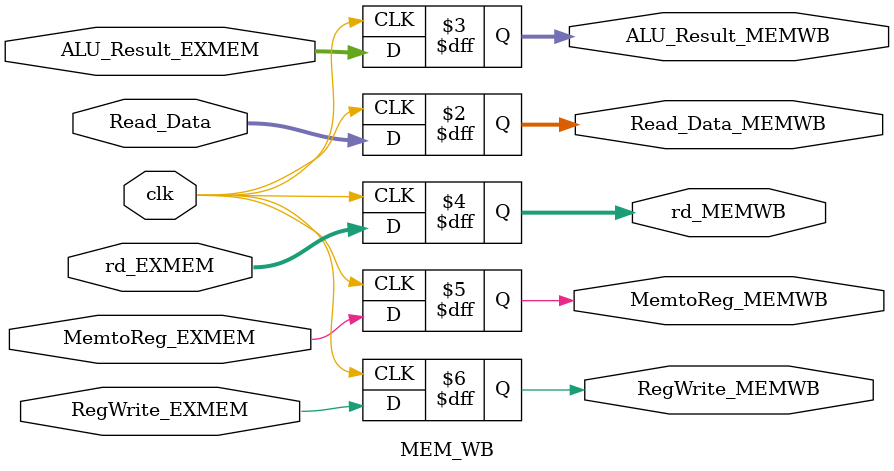
<source format=v>
module MEM_WB (
    input clk,
    input [63:0] Read_Data,
    input [63:0] ALU_Result_EXMEM,
    input [4:0] rd_EXMEM,
    input MemtoReg_EXMEM,
    input RegWrite_EXMEM,

    output reg [63:0] Read_Data_MEMWB,
    output reg [63:0] ALU_Result_MEMWB,
    output reg [4:0] rd_MEMWB,
    output reg MemtoReg_MEMWB,
    output reg RegWrite_MEMWB
);
    always @(posedge clk) begin
        Read_Data_MEMWB <= Read_Data;
        ALU_Result_MEMWB <= ALU_Result_EXMEM;
        rd_MEMWB <= rd_EXMEM;
        MemtoReg_MEMWB <= MemtoReg_EXMEM;
        RegWrite_MEMWB <= RegWrite_EXMEM;
    end
endmodule
</source>
